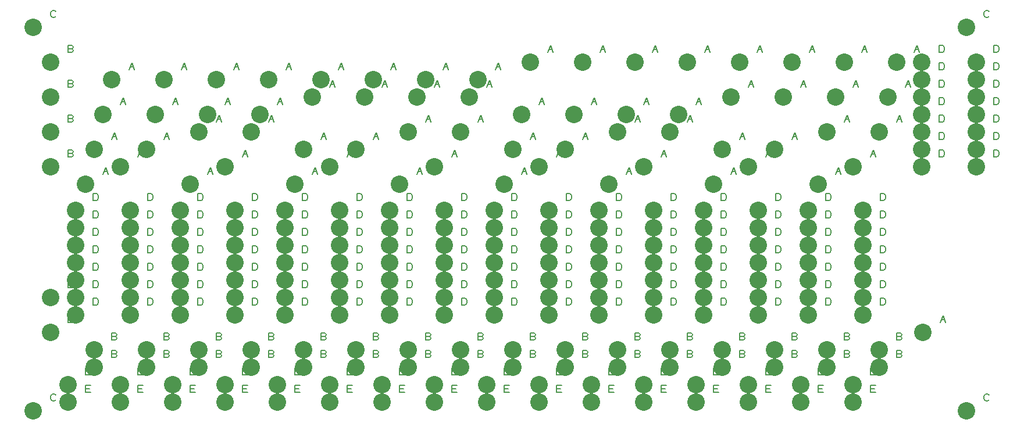
<source format=gbr>
G04 DesignSpark PCB Gerber Version 9.0 Build 5115 *
G04 #@! TF.Part,Single*
G04 #@! TF.FileFunction,Drillmap *
G04 #@! TF.FilePolarity,Positive *
%FSLAX35Y35*%
%MOIN*%
%ADD12C,0.00500*%
G04 #@! TA.AperFunction,ViaPad*
%ADD24C,0.10000*%
X0Y0D02*
D02*
D12*
X33375Y26813D02*
X33063Y26500D01*
X32437Y26187*
X31500*
X30875Y26500*
X30563Y26813*
X30250Y27437*
Y28687*
X30563Y29313*
X30875Y29625*
X31500Y29937*
X32437*
X33063Y29625*
X33375Y29313*
Y246813D02*
X33063Y246500D01*
X32437Y246187*
X31500*
X30875Y246500*
X30563Y246813*
X30250Y247437*
Y248687*
X30563Y249313*
X30875Y249625*
X31500Y249937*
X32437*
X33063Y249625*
X33375Y249313*
X42437Y73063D02*
X43063Y72750D01*
X43375Y72125*
X43063Y71500*
X42437Y71187*
X40250*
Y74937*
X42437*
X43063Y74625*
X43375Y74000*
X43063Y73375*
X42437Y73063*
X40250*
X42437Y93063D02*
X43063Y92750D01*
X43375Y92125*
X43063Y91500*
X42437Y91187*
X40250*
Y94937*
X42437*
X43063Y94625*
X43375Y94000*
X43063Y93375*
X42437Y93063*
X40250*
X42437Y168063D02*
X43063Y167750D01*
X43375Y167125*
X43063Y166500*
X42437Y166187*
X40250*
Y169937*
X42437*
X43063Y169625*
X43375Y169000*
X43063Y168375*
X42437Y168063*
X40250*
X42437Y188063D02*
X43063Y187750D01*
X43375Y187125*
X43063Y186500*
X42437Y186187*
X40250*
Y189937*
X42437*
X43063Y189625*
X43375Y189000*
X43063Y188375*
X42437Y188063*
X40250*
X42437Y208063D02*
X43063Y207750D01*
X43375Y207125*
X43063Y206500*
X42437Y206187*
X40250*
Y209937*
X42437*
X43063Y209625*
X43375Y209000*
X43063Y208375*
X42437Y208063*
X40250*
X42437Y228063D02*
X43063Y227750D01*
X43375Y227125*
X43063Y226500*
X42437Y226187*
X40250*
Y229937*
X42437*
X43063Y229625*
X43375Y229000*
X43063Y228375*
X42437Y228063*
X40250*
X50250Y31187D02*
Y34937D01*
X53375*
X52750Y33063D02*
X50250D01*
Y31187D02*
X53375D01*
X50250Y41187D02*
Y44937D01*
X53375*
X52750Y43063D02*
X50250D01*
Y41187D02*
X53375D01*
X54620Y81187D02*
Y84937D01*
X56495*
X57120Y84625*
X57433Y84313*
X57745Y83687*
Y82437*
X57433Y81813*
X57120Y81500*
X56495Y81187*
X54620*
Y91187D02*
Y94937D01*
X56495*
X57120Y94625*
X57433Y94313*
X57745Y93687*
Y92437*
X57433Y91813*
X57120Y91500*
X56495Y91187*
X54620*
Y101187D02*
Y104937D01*
X56495*
X57120Y104625*
X57433Y104313*
X57745Y103687*
Y102437*
X57433Y101813*
X57120Y101500*
X56495Y101187*
X54620*
Y111187D02*
Y114937D01*
X56495*
X57120Y114625*
X57433Y114313*
X57745Y113687*
Y112437*
X57433Y111813*
X57120Y111500*
X56495Y111187*
X54620*
Y121187D02*
Y124937D01*
X56495*
X57120Y124625*
X57433Y124313*
X57745Y123687*
Y122437*
X57433Y121813*
X57120Y121500*
X56495Y121187*
X54620*
Y131187D02*
Y134937D01*
X56495*
X57120Y134625*
X57433Y134313*
X57745Y133687*
Y132437*
X57433Y131813*
X57120Y131500*
X56495Y131187*
X54620*
Y141187D02*
Y144937D01*
X56495*
X57120Y144625*
X57433Y144313*
X57745Y143687*
Y142437*
X57433Y141813*
X57120Y141500*
X56495Y141187*
X54620*
X60250Y156187D02*
X61813Y159937D01*
X63375Y156187*
X60875Y157750D02*
X62750D01*
X67437Y53063D02*
X68063Y52750D01*
X68375Y52125*
X68063Y51500*
X67437Y51187*
X65250*
Y54937*
X67437*
X68063Y54625*
X68375Y54000*
X68063Y53375*
X67437Y53063*
X65250*
X67437Y63063D02*
X68063Y62750D01*
X68375Y62125*
X68063Y61500*
X67437Y61187*
X65250*
Y64937*
X67437*
X68063Y64625*
X68375Y64000*
X68063Y63375*
X67437Y63063*
X65250*
Y176187D02*
X66813Y179937D01*
X68375Y176187*
X65875Y177750D02*
X67750D01*
X70250Y196187D02*
X71813Y199937D01*
X73375Y196187*
X70875Y197750D02*
X72750D01*
X75250Y216187D02*
X76813Y219937D01*
X78375Y216187*
X75875Y217750D02*
X77750D01*
X80250Y31187D02*
Y34937D01*
X83375*
X82750Y33063D02*
X80250D01*
Y31187D02*
X83375D01*
X80250Y41187D02*
Y44937D01*
X83375*
X82750Y43063D02*
X80250D01*
Y41187D02*
X83375D01*
X80250Y166187D02*
X81813Y169937D01*
X83375Y166187*
X80875Y167750D02*
X82750D01*
X85880Y81187D02*
Y84937D01*
X87755*
X88380Y84625*
X88693Y84313*
X89005Y83687*
Y82437*
X88693Y81813*
X88380Y81500*
X87755Y81187*
X85880*
Y91187D02*
Y94937D01*
X87755*
X88380Y94625*
X88693Y94313*
X89005Y93687*
Y92437*
X88693Y91813*
X88380Y91500*
X87755Y91187*
X85880*
Y101187D02*
Y104937D01*
X87755*
X88380Y104625*
X88693Y104313*
X89005Y103687*
Y102437*
X88693Y101813*
X88380Y101500*
X87755Y101187*
X85880*
Y111187D02*
Y114937D01*
X87755*
X88380Y114625*
X88693Y114313*
X89005Y113687*
Y112437*
X88693Y111813*
X88380Y111500*
X87755Y111187*
X85880*
Y121187D02*
Y124937D01*
X87755*
X88380Y124625*
X88693Y124313*
X89005Y123687*
Y122437*
X88693Y121813*
X88380Y121500*
X87755Y121187*
X85880*
Y131187D02*
Y134937D01*
X87755*
X88380Y134625*
X88693Y134313*
X89005Y133687*
Y132437*
X88693Y131813*
X88380Y131500*
X87755Y131187*
X85880*
Y141187D02*
Y144937D01*
X87755*
X88380Y144625*
X88693Y144313*
X89005Y143687*
Y142437*
X88693Y141813*
X88380Y141500*
X87755Y141187*
X85880*
X97437Y53063D02*
X98063Y52750D01*
X98375Y52125*
X98063Y51500*
X97437Y51187*
X95250*
Y54937*
X97437*
X98063Y54625*
X98375Y54000*
X98063Y53375*
X97437Y53063*
X95250*
X97437Y63063D02*
X98063Y62750D01*
X98375Y62125*
X98063Y61500*
X97437Y61187*
X95250*
Y64937*
X97437*
X98063Y64625*
X98375Y64000*
X98063Y63375*
X97437Y63063*
X95250*
Y176187D02*
X96813Y179937D01*
X98375Y176187*
X95875Y177750D02*
X97750D01*
X100250Y196187D02*
X101813Y199937D01*
X103375Y196187*
X100875Y197750D02*
X102750D01*
X105250Y216187D02*
X106813Y219937D01*
X108375Y216187*
X105875Y217750D02*
X107750D01*
X110250Y31187D02*
Y34937D01*
X113375*
X112750Y33063D02*
X110250D01*
Y31187D02*
X113375D01*
X110250Y41187D02*
Y44937D01*
X113375*
X112750Y43063D02*
X110250D01*
Y41187D02*
X113375D01*
X114620Y81187D02*
Y84937D01*
X116495*
X117120Y84625*
X117433Y84313*
X117745Y83687*
Y82437*
X117433Y81813*
X117120Y81500*
X116495Y81187*
X114620*
Y91187D02*
Y94937D01*
X116495*
X117120Y94625*
X117433Y94313*
X117745Y93687*
Y92437*
X117433Y91813*
X117120Y91500*
X116495Y91187*
X114620*
Y101187D02*
Y104937D01*
X116495*
X117120Y104625*
X117433Y104313*
X117745Y103687*
Y102437*
X117433Y101813*
X117120Y101500*
X116495Y101187*
X114620*
Y111187D02*
Y114937D01*
X116495*
X117120Y114625*
X117433Y114313*
X117745Y113687*
Y112437*
X117433Y111813*
X117120Y111500*
X116495Y111187*
X114620*
Y121187D02*
Y124937D01*
X116495*
X117120Y124625*
X117433Y124313*
X117745Y123687*
Y122437*
X117433Y121813*
X117120Y121500*
X116495Y121187*
X114620*
Y131187D02*
Y134937D01*
X116495*
X117120Y134625*
X117433Y134313*
X117745Y133687*
Y132437*
X117433Y131813*
X117120Y131500*
X116495Y131187*
X114620*
Y141187D02*
Y144937D01*
X116495*
X117120Y144625*
X117433Y144313*
X117745Y143687*
Y142437*
X117433Y141813*
X117120Y141500*
X116495Y141187*
X114620*
X120250Y156187D02*
X121813Y159937D01*
X123375Y156187*
X120875Y157750D02*
X122750D01*
X127437Y53063D02*
X128063Y52750D01*
X128375Y52125*
X128063Y51500*
X127437Y51187*
X125250*
Y54937*
X127437*
X128063Y54625*
X128375Y54000*
X128063Y53375*
X127437Y53063*
X125250*
X127437Y63063D02*
X128063Y62750D01*
X128375Y62125*
X128063Y61500*
X127437Y61187*
X125250*
Y64937*
X127437*
X128063Y64625*
X128375Y64000*
X128063Y63375*
X127437Y63063*
X125250*
Y186187D02*
X126813Y189937D01*
X128375Y186187*
X125875Y187750D02*
X127750D01*
X130250Y196187D02*
X131813Y199937D01*
X133375Y196187*
X130875Y197750D02*
X132750D01*
X135250Y216187D02*
X136813Y219937D01*
X138375Y216187*
X135875Y217750D02*
X137750D01*
X140250Y31187D02*
Y34937D01*
X143375*
X142750Y33063D02*
X140250D01*
Y31187D02*
X143375D01*
X140250Y41187D02*
Y44937D01*
X143375*
X142750Y43063D02*
X140250D01*
Y41187D02*
X143375D01*
X140250Y166187D02*
X141813Y169937D01*
X143375Y166187*
X140875Y167750D02*
X142750D01*
X145880Y81187D02*
Y84937D01*
X147755*
X148380Y84625*
X148693Y84313*
X149005Y83687*
Y82437*
X148693Y81813*
X148380Y81500*
X147755Y81187*
X145880*
Y91187D02*
Y94937D01*
X147755*
X148380Y94625*
X148693Y94313*
X149005Y93687*
Y92437*
X148693Y91813*
X148380Y91500*
X147755Y91187*
X145880*
Y101187D02*
Y104937D01*
X147755*
X148380Y104625*
X148693Y104313*
X149005Y103687*
Y102437*
X148693Y101813*
X148380Y101500*
X147755Y101187*
X145880*
Y111187D02*
Y114937D01*
X147755*
X148380Y114625*
X148693Y114313*
X149005Y113687*
Y112437*
X148693Y111813*
X148380Y111500*
X147755Y111187*
X145880*
Y121187D02*
Y124937D01*
X147755*
X148380Y124625*
X148693Y124313*
X149005Y123687*
Y122437*
X148693Y121813*
X148380Y121500*
X147755Y121187*
X145880*
Y131187D02*
Y134937D01*
X147755*
X148380Y134625*
X148693Y134313*
X149005Y133687*
Y132437*
X148693Y131813*
X148380Y131500*
X147755Y131187*
X145880*
Y141187D02*
Y144937D01*
X147755*
X148380Y144625*
X148693Y144313*
X149005Y143687*
Y142437*
X148693Y141813*
X148380Y141500*
X147755Y141187*
X145880*
X157437Y53063D02*
X158063Y52750D01*
X158375Y52125*
X158063Y51500*
X157437Y51187*
X155250*
Y54937*
X157437*
X158063Y54625*
X158375Y54000*
X158063Y53375*
X157437Y53063*
X155250*
X157437Y63063D02*
X158063Y62750D01*
X158375Y62125*
X158063Y61500*
X157437Y61187*
X155250*
Y64937*
X157437*
X158063Y64625*
X158375Y64000*
X158063Y63375*
X157437Y63063*
X155250*
Y186187D02*
X156813Y189937D01*
X158375Y186187*
X155875Y187750D02*
X157750D01*
X160250Y196187D02*
X161813Y199937D01*
X163375Y196187*
X160875Y197750D02*
X162750D01*
X165250Y216187D02*
X166813Y219937D01*
X168375Y216187*
X165875Y217750D02*
X167750D01*
X170250Y31187D02*
Y34937D01*
X173375*
X172750Y33063D02*
X170250D01*
Y31187D02*
X173375D01*
X170250Y41187D02*
Y44937D01*
X173375*
X172750Y43063D02*
X170250D01*
Y41187D02*
X173375D01*
X174620Y81187D02*
Y84937D01*
X176495*
X177120Y84625*
X177433Y84313*
X177745Y83687*
Y82437*
X177433Y81813*
X177120Y81500*
X176495Y81187*
X174620*
Y91187D02*
Y94937D01*
X176495*
X177120Y94625*
X177433Y94313*
X177745Y93687*
Y92437*
X177433Y91813*
X177120Y91500*
X176495Y91187*
X174620*
Y101187D02*
Y104937D01*
X176495*
X177120Y104625*
X177433Y104313*
X177745Y103687*
Y102437*
X177433Y101813*
X177120Y101500*
X176495Y101187*
X174620*
Y111187D02*
Y114937D01*
X176495*
X177120Y114625*
X177433Y114313*
X177745Y113687*
Y112437*
X177433Y111813*
X177120Y111500*
X176495Y111187*
X174620*
Y121187D02*
Y124937D01*
X176495*
X177120Y124625*
X177433Y124313*
X177745Y123687*
Y122437*
X177433Y121813*
X177120Y121500*
X176495Y121187*
X174620*
Y131187D02*
Y134937D01*
X176495*
X177120Y134625*
X177433Y134313*
X177745Y133687*
Y132437*
X177433Y131813*
X177120Y131500*
X176495Y131187*
X174620*
Y141187D02*
Y144937D01*
X176495*
X177120Y144625*
X177433Y144313*
X177745Y143687*
Y142437*
X177433Y141813*
X177120Y141500*
X176495Y141187*
X174620*
X180250Y156187D02*
X181813Y159937D01*
X183375Y156187*
X180875Y157750D02*
X182750D01*
X187437Y53063D02*
X188063Y52750D01*
X188375Y52125*
X188063Y51500*
X187437Y51187*
X185250*
Y54937*
X187437*
X188063Y54625*
X188375Y54000*
X188063Y53375*
X187437Y53063*
X185250*
X187437Y63063D02*
X188063Y62750D01*
X188375Y62125*
X188063Y61500*
X187437Y61187*
X185250*
Y64937*
X187437*
X188063Y64625*
X188375Y64000*
X188063Y63375*
X187437Y63063*
X185250*
Y176187D02*
X186813Y179937D01*
X188375Y176187*
X185875Y177750D02*
X187750D01*
X190250Y206187D02*
X191813Y209937D01*
X193375Y206187*
X190875Y207750D02*
X192750D01*
X195250Y216187D02*
X196813Y219937D01*
X198375Y216187*
X195875Y217750D02*
X197750D01*
X200250Y31187D02*
Y34937D01*
X203375*
X202750Y33063D02*
X200250D01*
Y31187D02*
X203375D01*
X200250Y41187D02*
Y44937D01*
X203375*
X202750Y43063D02*
X200250D01*
Y41187D02*
X203375D01*
X200250Y166187D02*
X201813Y169937D01*
X203375Y166187*
X200875Y167750D02*
X202750D01*
X205880Y81187D02*
Y84937D01*
X207755*
X208380Y84625*
X208693Y84313*
X209005Y83687*
Y82437*
X208693Y81813*
X208380Y81500*
X207755Y81187*
X205880*
Y91187D02*
Y94937D01*
X207755*
X208380Y94625*
X208693Y94313*
X209005Y93687*
Y92437*
X208693Y91813*
X208380Y91500*
X207755Y91187*
X205880*
Y101187D02*
Y104937D01*
X207755*
X208380Y104625*
X208693Y104313*
X209005Y103687*
Y102437*
X208693Y101813*
X208380Y101500*
X207755Y101187*
X205880*
Y111187D02*
Y114937D01*
X207755*
X208380Y114625*
X208693Y114313*
X209005Y113687*
Y112437*
X208693Y111813*
X208380Y111500*
X207755Y111187*
X205880*
Y121187D02*
Y124937D01*
X207755*
X208380Y124625*
X208693Y124313*
X209005Y123687*
Y122437*
X208693Y121813*
X208380Y121500*
X207755Y121187*
X205880*
Y131187D02*
Y134937D01*
X207755*
X208380Y134625*
X208693Y134313*
X209005Y133687*
Y132437*
X208693Y131813*
X208380Y131500*
X207755Y131187*
X205880*
Y141187D02*
Y144937D01*
X207755*
X208380Y144625*
X208693Y144313*
X209005Y143687*
Y142437*
X208693Y141813*
X208380Y141500*
X207755Y141187*
X205880*
X217437Y53063D02*
X218063Y52750D01*
X218375Y52125*
X218063Y51500*
X217437Y51187*
X215250*
Y54937*
X217437*
X218063Y54625*
X218375Y54000*
X218063Y53375*
X217437Y53063*
X215250*
X217437Y63063D02*
X218063Y62750D01*
X218375Y62125*
X218063Y61500*
X217437Y61187*
X215250*
Y64937*
X217437*
X218063Y64625*
X218375Y64000*
X218063Y63375*
X217437Y63063*
X215250*
Y176187D02*
X216813Y179937D01*
X218375Y176187*
X215875Y177750D02*
X217750D01*
X220250Y206187D02*
X221813Y209937D01*
X223375Y206187*
X220875Y207750D02*
X222750D01*
X225250Y216187D02*
X226813Y219937D01*
X228375Y216187*
X225875Y217750D02*
X227750D01*
X230250Y31187D02*
Y34937D01*
X233375*
X232750Y33063D02*
X230250D01*
Y31187D02*
X233375D01*
X230250Y41187D02*
Y44937D01*
X233375*
X232750Y43063D02*
X230250D01*
Y41187D02*
X233375D01*
X234620Y81187D02*
Y84937D01*
X236495*
X237120Y84625*
X237433Y84313*
X237745Y83687*
Y82437*
X237433Y81813*
X237120Y81500*
X236495Y81187*
X234620*
Y91187D02*
Y94937D01*
X236495*
X237120Y94625*
X237433Y94313*
X237745Y93687*
Y92437*
X237433Y91813*
X237120Y91500*
X236495Y91187*
X234620*
Y101187D02*
Y104937D01*
X236495*
X237120Y104625*
X237433Y104313*
X237745Y103687*
Y102437*
X237433Y101813*
X237120Y101500*
X236495Y101187*
X234620*
Y111187D02*
Y114937D01*
X236495*
X237120Y114625*
X237433Y114313*
X237745Y113687*
Y112437*
X237433Y111813*
X237120Y111500*
X236495Y111187*
X234620*
Y121187D02*
Y124937D01*
X236495*
X237120Y124625*
X237433Y124313*
X237745Y123687*
Y122437*
X237433Y121813*
X237120Y121500*
X236495Y121187*
X234620*
Y131187D02*
Y134937D01*
X236495*
X237120Y134625*
X237433Y134313*
X237745Y133687*
Y132437*
X237433Y131813*
X237120Y131500*
X236495Y131187*
X234620*
Y141187D02*
Y144937D01*
X236495*
X237120Y144625*
X237433Y144313*
X237745Y143687*
Y142437*
X237433Y141813*
X237120Y141500*
X236495Y141187*
X234620*
X240250Y156187D02*
X241813Y159937D01*
X243375Y156187*
X240875Y157750D02*
X242750D01*
X247437Y53063D02*
X248063Y52750D01*
X248375Y52125*
X248063Y51500*
X247437Y51187*
X245250*
Y54937*
X247437*
X248063Y54625*
X248375Y54000*
X248063Y53375*
X247437Y53063*
X245250*
X247437Y63063D02*
X248063Y62750D01*
X248375Y62125*
X248063Y61500*
X247437Y61187*
X245250*
Y64937*
X247437*
X248063Y64625*
X248375Y64000*
X248063Y63375*
X247437Y63063*
X245250*
Y186187D02*
X246813Y189937D01*
X248375Y186187*
X245875Y187750D02*
X247750D01*
X250250Y206187D02*
X251813Y209937D01*
X253375Y206187*
X250875Y207750D02*
X252750D01*
X255250Y216187D02*
X256813Y219937D01*
X258375Y216187*
X255875Y217750D02*
X257750D01*
X260250Y31187D02*
Y34937D01*
X263375*
X262750Y33063D02*
X260250D01*
Y31187D02*
X263375D01*
X260250Y41187D02*
Y44937D01*
X263375*
X262750Y43063D02*
X260250D01*
Y41187D02*
X263375D01*
X260250Y166187D02*
X261813Y169937D01*
X263375Y166187*
X260875Y167750D02*
X262750D01*
X265880Y81187D02*
Y84937D01*
X267755*
X268380Y84625*
X268693Y84313*
X269005Y83687*
Y82437*
X268693Y81813*
X268380Y81500*
X267755Y81187*
X265880*
Y91187D02*
Y94937D01*
X267755*
X268380Y94625*
X268693Y94313*
X269005Y93687*
Y92437*
X268693Y91813*
X268380Y91500*
X267755Y91187*
X265880*
Y101187D02*
Y104937D01*
X267755*
X268380Y104625*
X268693Y104313*
X269005Y103687*
Y102437*
X268693Y101813*
X268380Y101500*
X267755Y101187*
X265880*
Y111187D02*
Y114937D01*
X267755*
X268380Y114625*
X268693Y114313*
X269005Y113687*
Y112437*
X268693Y111813*
X268380Y111500*
X267755Y111187*
X265880*
Y121187D02*
Y124937D01*
X267755*
X268380Y124625*
X268693Y124313*
X269005Y123687*
Y122437*
X268693Y121813*
X268380Y121500*
X267755Y121187*
X265880*
Y131187D02*
Y134937D01*
X267755*
X268380Y134625*
X268693Y134313*
X269005Y133687*
Y132437*
X268693Y131813*
X268380Y131500*
X267755Y131187*
X265880*
Y141187D02*
Y144937D01*
X267755*
X268380Y144625*
X268693Y144313*
X269005Y143687*
Y142437*
X268693Y141813*
X268380Y141500*
X267755Y141187*
X265880*
X277437Y53063D02*
X278063Y52750D01*
X278375Y52125*
X278063Y51500*
X277437Y51187*
X275250*
Y54937*
X277437*
X278063Y54625*
X278375Y54000*
X278063Y53375*
X277437Y53063*
X275250*
X277437Y63063D02*
X278063Y62750D01*
X278375Y62125*
X278063Y61500*
X277437Y61187*
X275250*
Y64937*
X277437*
X278063Y64625*
X278375Y64000*
X278063Y63375*
X277437Y63063*
X275250*
Y186187D02*
X276813Y189937D01*
X278375Y186187*
X275875Y187750D02*
X277750D01*
X280250Y206187D02*
X281813Y209937D01*
X283375Y206187*
X280875Y207750D02*
X282750D01*
X285250Y216187D02*
X286813Y219937D01*
X288375Y216187*
X285875Y217750D02*
X287750D01*
X290250Y31187D02*
Y34937D01*
X293375*
X292750Y33063D02*
X290250D01*
Y31187D02*
X293375D01*
X290250Y41187D02*
Y44937D01*
X293375*
X292750Y43063D02*
X290250D01*
Y41187D02*
X293375D01*
X294620Y81187D02*
Y84937D01*
X296495*
X297120Y84625*
X297433Y84313*
X297745Y83687*
Y82437*
X297433Y81813*
X297120Y81500*
X296495Y81187*
X294620*
Y91187D02*
Y94937D01*
X296495*
X297120Y94625*
X297433Y94313*
X297745Y93687*
Y92437*
X297433Y91813*
X297120Y91500*
X296495Y91187*
X294620*
Y101187D02*
Y104937D01*
X296495*
X297120Y104625*
X297433Y104313*
X297745Y103687*
Y102437*
X297433Y101813*
X297120Y101500*
X296495Y101187*
X294620*
Y111187D02*
Y114937D01*
X296495*
X297120Y114625*
X297433Y114313*
X297745Y113687*
Y112437*
X297433Y111813*
X297120Y111500*
X296495Y111187*
X294620*
Y121187D02*
Y124937D01*
X296495*
X297120Y124625*
X297433Y124313*
X297745Y123687*
Y122437*
X297433Y121813*
X297120Y121500*
X296495Y121187*
X294620*
Y131187D02*
Y134937D01*
X296495*
X297120Y134625*
X297433Y134313*
X297745Y133687*
Y132437*
X297433Y131813*
X297120Y131500*
X296495Y131187*
X294620*
Y141187D02*
Y144937D01*
X296495*
X297120Y144625*
X297433Y144313*
X297745Y143687*
Y142437*
X297433Y141813*
X297120Y141500*
X296495Y141187*
X294620*
X300250Y156187D02*
X301813Y159937D01*
X303375Y156187*
X300875Y157750D02*
X302750D01*
X307437Y53063D02*
X308063Y52750D01*
X308375Y52125*
X308063Y51500*
X307437Y51187*
X305250*
Y54937*
X307437*
X308063Y54625*
X308375Y54000*
X308063Y53375*
X307437Y53063*
X305250*
X307437Y63063D02*
X308063Y62750D01*
X308375Y62125*
X308063Y61500*
X307437Y61187*
X305250*
Y64937*
X307437*
X308063Y64625*
X308375Y64000*
X308063Y63375*
X307437Y63063*
X305250*
Y176187D02*
X306813Y179937D01*
X308375Y176187*
X305875Y177750D02*
X307750D01*
X310250Y196187D02*
X311813Y199937D01*
X313375Y196187*
X310875Y197750D02*
X312750D01*
X315250Y226187D02*
X316813Y229937D01*
X318375Y226187*
X315875Y227750D02*
X317750D01*
X320250Y31187D02*
Y34937D01*
X323375*
X322750Y33063D02*
X320250D01*
Y31187D02*
X323375D01*
X320250Y41187D02*
Y44937D01*
X323375*
X322750Y43063D02*
X320250D01*
Y41187D02*
X323375D01*
X320250Y166187D02*
X321813Y169937D01*
X323375Y166187*
X320875Y167750D02*
X322750D01*
X325880Y81187D02*
Y84937D01*
X327755*
X328380Y84625*
X328693Y84313*
X329005Y83687*
Y82437*
X328693Y81813*
X328380Y81500*
X327755Y81187*
X325880*
Y91187D02*
Y94937D01*
X327755*
X328380Y94625*
X328693Y94313*
X329005Y93687*
Y92437*
X328693Y91813*
X328380Y91500*
X327755Y91187*
X325880*
Y101187D02*
Y104937D01*
X327755*
X328380Y104625*
X328693Y104313*
X329005Y103687*
Y102437*
X328693Y101813*
X328380Y101500*
X327755Y101187*
X325880*
Y111187D02*
Y114937D01*
X327755*
X328380Y114625*
X328693Y114313*
X329005Y113687*
Y112437*
X328693Y111813*
X328380Y111500*
X327755Y111187*
X325880*
Y121187D02*
Y124937D01*
X327755*
X328380Y124625*
X328693Y124313*
X329005Y123687*
Y122437*
X328693Y121813*
X328380Y121500*
X327755Y121187*
X325880*
Y131187D02*
Y134937D01*
X327755*
X328380Y134625*
X328693Y134313*
X329005Y133687*
Y132437*
X328693Y131813*
X328380Y131500*
X327755Y131187*
X325880*
Y141187D02*
Y144937D01*
X327755*
X328380Y144625*
X328693Y144313*
X329005Y143687*
Y142437*
X328693Y141813*
X328380Y141500*
X327755Y141187*
X325880*
X337437Y53063D02*
X338063Y52750D01*
X338375Y52125*
X338063Y51500*
X337437Y51187*
X335250*
Y54937*
X337437*
X338063Y54625*
X338375Y54000*
X338063Y53375*
X337437Y53063*
X335250*
X337437Y63063D02*
X338063Y62750D01*
X338375Y62125*
X338063Y61500*
X337437Y61187*
X335250*
Y64937*
X337437*
X338063Y64625*
X338375Y64000*
X338063Y63375*
X337437Y63063*
X335250*
Y176187D02*
X336813Y179937D01*
X338375Y176187*
X335875Y177750D02*
X337750D01*
X340250Y196187D02*
X341813Y199937D01*
X343375Y196187*
X340875Y197750D02*
X342750D01*
X345250Y226187D02*
X346813Y229937D01*
X348375Y226187*
X345875Y227750D02*
X347750D01*
X350250Y31187D02*
Y34937D01*
X353375*
X352750Y33063D02*
X350250D01*
Y31187D02*
X353375D01*
X350250Y41187D02*
Y44937D01*
X353375*
X352750Y43063D02*
X350250D01*
Y41187D02*
X353375D01*
X354620Y81187D02*
Y84937D01*
X356495*
X357120Y84625*
X357433Y84313*
X357745Y83687*
Y82437*
X357433Y81813*
X357120Y81500*
X356495Y81187*
X354620*
Y91187D02*
Y94937D01*
X356495*
X357120Y94625*
X357433Y94313*
X357745Y93687*
Y92437*
X357433Y91813*
X357120Y91500*
X356495Y91187*
X354620*
Y101187D02*
Y104937D01*
X356495*
X357120Y104625*
X357433Y104313*
X357745Y103687*
Y102437*
X357433Y101813*
X357120Y101500*
X356495Y101187*
X354620*
Y111187D02*
Y114937D01*
X356495*
X357120Y114625*
X357433Y114313*
X357745Y113687*
Y112437*
X357433Y111813*
X357120Y111500*
X356495Y111187*
X354620*
Y121187D02*
Y124937D01*
X356495*
X357120Y124625*
X357433Y124313*
X357745Y123687*
Y122437*
X357433Y121813*
X357120Y121500*
X356495Y121187*
X354620*
Y131187D02*
Y134937D01*
X356495*
X357120Y134625*
X357433Y134313*
X357745Y133687*
Y132437*
X357433Y131813*
X357120Y131500*
X356495Y131187*
X354620*
Y141187D02*
Y144937D01*
X356495*
X357120Y144625*
X357433Y144313*
X357745Y143687*
Y142437*
X357433Y141813*
X357120Y141500*
X356495Y141187*
X354620*
X360250Y156187D02*
X361813Y159937D01*
X363375Y156187*
X360875Y157750D02*
X362750D01*
X367437Y53063D02*
X368063Y52750D01*
X368375Y52125*
X368063Y51500*
X367437Y51187*
X365250*
Y54937*
X367437*
X368063Y54625*
X368375Y54000*
X368063Y53375*
X367437Y53063*
X365250*
X367437Y63063D02*
X368063Y62750D01*
X368375Y62125*
X368063Y61500*
X367437Y61187*
X365250*
Y64937*
X367437*
X368063Y64625*
X368375Y64000*
X368063Y63375*
X367437Y63063*
X365250*
Y186187D02*
X366813Y189937D01*
X368375Y186187*
X365875Y187750D02*
X367750D01*
X370250Y196187D02*
X371813Y199937D01*
X373375Y196187*
X370875Y197750D02*
X372750D01*
X375250Y226187D02*
X376813Y229937D01*
X378375Y226187*
X375875Y227750D02*
X377750D01*
X380250Y31187D02*
Y34937D01*
X383375*
X382750Y33063D02*
X380250D01*
Y31187D02*
X383375D01*
X380250Y41187D02*
Y44937D01*
X383375*
X382750Y43063D02*
X380250D01*
Y41187D02*
X383375D01*
X380250Y166187D02*
X381813Y169937D01*
X383375Y166187*
X380875Y167750D02*
X382750D01*
X385880Y81187D02*
Y84937D01*
X387755*
X388380Y84625*
X388693Y84313*
X389005Y83687*
Y82437*
X388693Y81813*
X388380Y81500*
X387755Y81187*
X385880*
Y91187D02*
Y94937D01*
X387755*
X388380Y94625*
X388693Y94313*
X389005Y93687*
Y92437*
X388693Y91813*
X388380Y91500*
X387755Y91187*
X385880*
Y101187D02*
Y104937D01*
X387755*
X388380Y104625*
X388693Y104313*
X389005Y103687*
Y102437*
X388693Y101813*
X388380Y101500*
X387755Y101187*
X385880*
Y111187D02*
Y114937D01*
X387755*
X388380Y114625*
X388693Y114313*
X389005Y113687*
Y112437*
X388693Y111813*
X388380Y111500*
X387755Y111187*
X385880*
Y121187D02*
Y124937D01*
X387755*
X388380Y124625*
X388693Y124313*
X389005Y123687*
Y122437*
X388693Y121813*
X388380Y121500*
X387755Y121187*
X385880*
Y131187D02*
Y134937D01*
X387755*
X388380Y134625*
X388693Y134313*
X389005Y133687*
Y132437*
X388693Y131813*
X388380Y131500*
X387755Y131187*
X385880*
Y141187D02*
Y144937D01*
X387755*
X388380Y144625*
X388693Y144313*
X389005Y143687*
Y142437*
X388693Y141813*
X388380Y141500*
X387755Y141187*
X385880*
X397437Y53063D02*
X398063Y52750D01*
X398375Y52125*
X398063Y51500*
X397437Y51187*
X395250*
Y54937*
X397437*
X398063Y54625*
X398375Y54000*
X398063Y53375*
X397437Y53063*
X395250*
X397437Y63063D02*
X398063Y62750D01*
X398375Y62125*
X398063Y61500*
X397437Y61187*
X395250*
Y64937*
X397437*
X398063Y64625*
X398375Y64000*
X398063Y63375*
X397437Y63063*
X395250*
Y186187D02*
X396813Y189937D01*
X398375Y186187*
X395875Y187750D02*
X397750D01*
X400250Y196187D02*
X401813Y199937D01*
X403375Y196187*
X400875Y197750D02*
X402750D01*
X405250Y226187D02*
X406813Y229937D01*
X408375Y226187*
X405875Y227750D02*
X407750D01*
X410250Y31187D02*
Y34937D01*
X413375*
X412750Y33063D02*
X410250D01*
Y31187D02*
X413375D01*
X410250Y41187D02*
Y44937D01*
X413375*
X412750Y43063D02*
X410250D01*
Y41187D02*
X413375D01*
X414620Y81187D02*
Y84937D01*
X416495*
X417120Y84625*
X417433Y84313*
X417745Y83687*
Y82437*
X417433Y81813*
X417120Y81500*
X416495Y81187*
X414620*
Y91187D02*
Y94937D01*
X416495*
X417120Y94625*
X417433Y94313*
X417745Y93687*
Y92437*
X417433Y91813*
X417120Y91500*
X416495Y91187*
X414620*
Y101187D02*
Y104937D01*
X416495*
X417120Y104625*
X417433Y104313*
X417745Y103687*
Y102437*
X417433Y101813*
X417120Y101500*
X416495Y101187*
X414620*
Y111187D02*
Y114937D01*
X416495*
X417120Y114625*
X417433Y114313*
X417745Y113687*
Y112437*
X417433Y111813*
X417120Y111500*
X416495Y111187*
X414620*
Y121187D02*
Y124937D01*
X416495*
X417120Y124625*
X417433Y124313*
X417745Y123687*
Y122437*
X417433Y121813*
X417120Y121500*
X416495Y121187*
X414620*
Y131187D02*
Y134937D01*
X416495*
X417120Y134625*
X417433Y134313*
X417745Y133687*
Y132437*
X417433Y131813*
X417120Y131500*
X416495Y131187*
X414620*
Y141187D02*
Y144937D01*
X416495*
X417120Y144625*
X417433Y144313*
X417745Y143687*
Y142437*
X417433Y141813*
X417120Y141500*
X416495Y141187*
X414620*
X420250Y156187D02*
X421813Y159937D01*
X423375Y156187*
X420875Y157750D02*
X422750D01*
X427437Y53063D02*
X428063Y52750D01*
X428375Y52125*
X428063Y51500*
X427437Y51187*
X425250*
Y54937*
X427437*
X428063Y54625*
X428375Y54000*
X428063Y53375*
X427437Y53063*
X425250*
X427437Y63063D02*
X428063Y62750D01*
X428375Y62125*
X428063Y61500*
X427437Y61187*
X425250*
Y64937*
X427437*
X428063Y64625*
X428375Y64000*
X428063Y63375*
X427437Y63063*
X425250*
Y176187D02*
X426813Y179937D01*
X428375Y176187*
X425875Y177750D02*
X427750D01*
X430250Y206187D02*
X431813Y209937D01*
X433375Y206187*
X430875Y207750D02*
X432750D01*
X435250Y226187D02*
X436813Y229937D01*
X438375Y226187*
X435875Y227750D02*
X437750D01*
X440250Y31187D02*
Y34937D01*
X443375*
X442750Y33063D02*
X440250D01*
Y31187D02*
X443375D01*
X440250Y41187D02*
Y44937D01*
X443375*
X442750Y43063D02*
X440250D01*
Y41187D02*
X443375D01*
X440250Y166187D02*
X441813Y169937D01*
X443375Y166187*
X440875Y167750D02*
X442750D01*
X445880Y81187D02*
Y84937D01*
X447755*
X448380Y84625*
X448693Y84313*
X449005Y83687*
Y82437*
X448693Y81813*
X448380Y81500*
X447755Y81187*
X445880*
Y91187D02*
Y94937D01*
X447755*
X448380Y94625*
X448693Y94313*
X449005Y93687*
Y92437*
X448693Y91813*
X448380Y91500*
X447755Y91187*
X445880*
Y101187D02*
Y104937D01*
X447755*
X448380Y104625*
X448693Y104313*
X449005Y103687*
Y102437*
X448693Y101813*
X448380Y101500*
X447755Y101187*
X445880*
Y111187D02*
Y114937D01*
X447755*
X448380Y114625*
X448693Y114313*
X449005Y113687*
Y112437*
X448693Y111813*
X448380Y111500*
X447755Y111187*
X445880*
Y121187D02*
Y124937D01*
X447755*
X448380Y124625*
X448693Y124313*
X449005Y123687*
Y122437*
X448693Y121813*
X448380Y121500*
X447755Y121187*
X445880*
Y131187D02*
Y134937D01*
X447755*
X448380Y134625*
X448693Y134313*
X449005Y133687*
Y132437*
X448693Y131813*
X448380Y131500*
X447755Y131187*
X445880*
Y141187D02*
Y144937D01*
X447755*
X448380Y144625*
X448693Y144313*
X449005Y143687*
Y142437*
X448693Y141813*
X448380Y141500*
X447755Y141187*
X445880*
X457437Y53063D02*
X458063Y52750D01*
X458375Y52125*
X458063Y51500*
X457437Y51187*
X455250*
Y54937*
X457437*
X458063Y54625*
X458375Y54000*
X458063Y53375*
X457437Y53063*
X455250*
X457437Y63063D02*
X458063Y62750D01*
X458375Y62125*
X458063Y61500*
X457437Y61187*
X455250*
Y64937*
X457437*
X458063Y64625*
X458375Y64000*
X458063Y63375*
X457437Y63063*
X455250*
Y176187D02*
X456813Y179937D01*
X458375Y176187*
X455875Y177750D02*
X457750D01*
X460250Y206187D02*
X461813Y209937D01*
X463375Y206187*
X460875Y207750D02*
X462750D01*
X465250Y226187D02*
X466813Y229937D01*
X468375Y226187*
X465875Y227750D02*
X467750D01*
X470250Y31187D02*
Y34937D01*
X473375*
X472750Y33063D02*
X470250D01*
Y31187D02*
X473375D01*
X470250Y41187D02*
Y44937D01*
X473375*
X472750Y43063D02*
X470250D01*
Y41187D02*
X473375D01*
X474620Y81187D02*
Y84937D01*
X476495*
X477120Y84625*
X477433Y84313*
X477745Y83687*
Y82437*
X477433Y81813*
X477120Y81500*
X476495Y81187*
X474620*
Y91187D02*
Y94937D01*
X476495*
X477120Y94625*
X477433Y94313*
X477745Y93687*
Y92437*
X477433Y91813*
X477120Y91500*
X476495Y91187*
X474620*
Y101187D02*
Y104937D01*
X476495*
X477120Y104625*
X477433Y104313*
X477745Y103687*
Y102437*
X477433Y101813*
X477120Y101500*
X476495Y101187*
X474620*
Y111187D02*
Y114937D01*
X476495*
X477120Y114625*
X477433Y114313*
X477745Y113687*
Y112437*
X477433Y111813*
X477120Y111500*
X476495Y111187*
X474620*
Y121187D02*
Y124937D01*
X476495*
X477120Y124625*
X477433Y124313*
X477745Y123687*
Y122437*
X477433Y121813*
X477120Y121500*
X476495Y121187*
X474620*
Y131187D02*
Y134937D01*
X476495*
X477120Y134625*
X477433Y134313*
X477745Y133687*
Y132437*
X477433Y131813*
X477120Y131500*
X476495Y131187*
X474620*
Y141187D02*
Y144937D01*
X476495*
X477120Y144625*
X477433Y144313*
X477745Y143687*
Y142437*
X477433Y141813*
X477120Y141500*
X476495Y141187*
X474620*
X480250Y156187D02*
X481813Y159937D01*
X483375Y156187*
X480875Y157750D02*
X482750D01*
X487437Y53063D02*
X488063Y52750D01*
X488375Y52125*
X488063Y51500*
X487437Y51187*
X485250*
Y54937*
X487437*
X488063Y54625*
X488375Y54000*
X488063Y53375*
X487437Y53063*
X485250*
X487437Y63063D02*
X488063Y62750D01*
X488375Y62125*
X488063Y61500*
X487437Y61187*
X485250*
Y64937*
X487437*
X488063Y64625*
X488375Y64000*
X488063Y63375*
X487437Y63063*
X485250*
Y186187D02*
X486813Y189937D01*
X488375Y186187*
X485875Y187750D02*
X487750D01*
X490250Y206187D02*
X491813Y209937D01*
X493375Y206187*
X490875Y207750D02*
X492750D01*
X495250Y226187D02*
X496813Y229937D01*
X498375Y226187*
X495875Y227750D02*
X497750D01*
X500250Y31187D02*
Y34937D01*
X503375*
X502750Y33063D02*
X500250D01*
Y31187D02*
X503375D01*
X500250Y41187D02*
Y44937D01*
X503375*
X502750Y43063D02*
X500250D01*
Y41187D02*
X503375D01*
X500250Y166187D02*
X501813Y169937D01*
X503375Y166187*
X500875Y167750D02*
X502750D01*
X505880Y81187D02*
Y84937D01*
X507755*
X508380Y84625*
X508693Y84313*
X509005Y83687*
Y82437*
X508693Y81813*
X508380Y81500*
X507755Y81187*
X505880*
Y91187D02*
Y94937D01*
X507755*
X508380Y94625*
X508693Y94313*
X509005Y93687*
Y92437*
X508693Y91813*
X508380Y91500*
X507755Y91187*
X505880*
Y101187D02*
Y104937D01*
X507755*
X508380Y104625*
X508693Y104313*
X509005Y103687*
Y102437*
X508693Y101813*
X508380Y101500*
X507755Y101187*
X505880*
Y111187D02*
Y114937D01*
X507755*
X508380Y114625*
X508693Y114313*
X509005Y113687*
Y112437*
X508693Y111813*
X508380Y111500*
X507755Y111187*
X505880*
Y121187D02*
Y124937D01*
X507755*
X508380Y124625*
X508693Y124313*
X509005Y123687*
Y122437*
X508693Y121813*
X508380Y121500*
X507755Y121187*
X505880*
Y131187D02*
Y134937D01*
X507755*
X508380Y134625*
X508693Y134313*
X509005Y133687*
Y132437*
X508693Y131813*
X508380Y131500*
X507755Y131187*
X505880*
Y141187D02*
Y144937D01*
X507755*
X508380Y144625*
X508693Y144313*
X509005Y143687*
Y142437*
X508693Y141813*
X508380Y141500*
X507755Y141187*
X505880*
X517437Y53063D02*
X518063Y52750D01*
X518375Y52125*
X518063Y51500*
X517437Y51187*
X515250*
Y54937*
X517437*
X518063Y54625*
X518375Y54000*
X518063Y53375*
X517437Y53063*
X515250*
X517437Y63063D02*
X518063Y62750D01*
X518375Y62125*
X518063Y61500*
X517437Y61187*
X515250*
Y64937*
X517437*
X518063Y64625*
X518375Y64000*
X518063Y63375*
X517437Y63063*
X515250*
Y186187D02*
X516813Y189937D01*
X518375Y186187*
X515875Y187750D02*
X517750D01*
X520250Y206187D02*
X521813Y209937D01*
X523375Y206187*
X520875Y207750D02*
X522750D01*
X525250Y226187D02*
X526813Y229937D01*
X528375Y226187*
X525875Y227750D02*
X527750D01*
X539620Y166187D02*
Y169937D01*
X541495*
X542120Y169625*
X542433Y169313*
X542745Y168687*
Y167437*
X542433Y166813*
X542120Y166500*
X541495Y166187*
X539620*
Y176187D02*
Y179937D01*
X541495*
X542120Y179625*
X542433Y179313*
X542745Y178687*
Y177437*
X542433Y176813*
X542120Y176500*
X541495Y176187*
X539620*
Y186187D02*
Y189937D01*
X541495*
X542120Y189625*
X542433Y189313*
X542745Y188687*
Y187437*
X542433Y186813*
X542120Y186500*
X541495Y186187*
X539620*
Y196187D02*
Y199937D01*
X541495*
X542120Y199625*
X542433Y199313*
X542745Y198687*
Y197437*
X542433Y196813*
X542120Y196500*
X541495Y196187*
X539620*
Y206187D02*
Y209937D01*
X541495*
X542120Y209625*
X542433Y209313*
X542745Y208687*
Y207437*
X542433Y206813*
X542120Y206500*
X541495Y206187*
X539620*
Y216187D02*
Y219937D01*
X541495*
X542120Y219625*
X542433Y219313*
X542745Y218687*
Y217437*
X542433Y216813*
X542120Y216500*
X541495Y216187*
X539620*
Y226187D02*
Y229937D01*
X541495*
X542120Y229625*
X542433Y229313*
X542745Y228687*
Y227437*
X542433Y226813*
X542120Y226500*
X541495Y226187*
X539620*
X540250Y71187D02*
X541813Y74937D01*
X543375Y71187*
X540875Y72750D02*
X542750D01*
X568375Y26813D02*
X568063Y26500D01*
X567437Y26187*
X566500*
X565875Y26500*
X565563Y26813*
X565250Y27437*
Y28687*
X565563Y29313*
X565875Y29625*
X566500Y29937*
X567437*
X568063Y29625*
X568375Y29313*
Y246813D02*
X568063Y246500D01*
X567437Y246187*
X566500*
X565875Y246500*
X565563Y246813*
X565250Y247437*
Y248687*
X565563Y249313*
X565875Y249625*
X566500Y249937*
X567437*
X568063Y249625*
X568375Y249313*
X570880Y166187D02*
Y169937D01*
X572755*
X573380Y169625*
X573693Y169313*
X574005Y168687*
Y167437*
X573693Y166813*
X573380Y166500*
X572755Y166187*
X570880*
Y176187D02*
Y179937D01*
X572755*
X573380Y179625*
X573693Y179313*
X574005Y178687*
Y177437*
X573693Y176813*
X573380Y176500*
X572755Y176187*
X570880*
Y186187D02*
Y189937D01*
X572755*
X573380Y189625*
X573693Y189313*
X574005Y188687*
Y187437*
X573693Y186813*
X573380Y186500*
X572755Y186187*
X570880*
Y196187D02*
Y199937D01*
X572755*
X573380Y199625*
X573693Y199313*
X574005Y198687*
Y197437*
X573693Y196813*
X573380Y196500*
X572755Y196187*
X570880*
Y206187D02*
Y209937D01*
X572755*
X573380Y209625*
X573693Y209313*
X574005Y208687*
Y207437*
X573693Y206813*
X573380Y206500*
X572755Y206187*
X570880*
Y216187D02*
Y219937D01*
X572755*
X573380Y219625*
X573693Y219313*
X574005Y218687*
Y217437*
X573693Y216813*
X573380Y216500*
X572755Y216187*
X570880*
Y226187D02*
Y229937D01*
X572755*
X573380Y229625*
X573693Y229313*
X574005Y228687*
Y227437*
X573693Y226813*
X573380Y226500*
X572755Y226187*
X570880*
D02*
D24*
X20250Y20250D03*
Y240250D03*
X30250Y65250D03*
Y85250D03*
Y160250D03*
Y180250D03*
Y200250D03*
Y220250D03*
X40250Y25250D03*
Y35250D03*
X44620Y75250D03*
Y85250D03*
Y95250D03*
Y105250D03*
Y115250D03*
Y125250D03*
Y135250D03*
X50250Y150250D03*
X55250Y45250D03*
Y55250D03*
Y170250D03*
X60250Y190250D03*
X65250Y210250D03*
X70250Y25250D03*
Y35250D03*
Y160250D03*
X75880Y75250D03*
Y85250D03*
Y95250D03*
Y105250D03*
Y115250D03*
Y125250D03*
Y135250D03*
X85250Y45250D03*
Y55250D03*
Y170250D03*
X90250Y190250D03*
X95250Y210250D03*
X100250Y25250D03*
Y35250D03*
X104620Y75250D03*
Y85250D03*
Y95250D03*
Y105250D03*
Y115250D03*
Y125250D03*
Y135250D03*
X110250Y150250D03*
X115250Y45250D03*
Y55250D03*
Y180250D03*
X120250Y190250D03*
X125250Y210250D03*
X130250Y25250D03*
Y35250D03*
Y160250D03*
X135880Y75250D03*
Y85250D03*
Y95250D03*
Y105250D03*
Y115250D03*
Y125250D03*
Y135250D03*
X145250Y45250D03*
Y55250D03*
Y180250D03*
X150250Y190250D03*
X155250Y210250D03*
X160250Y25250D03*
Y35250D03*
X164620Y75250D03*
Y85250D03*
Y95250D03*
Y105250D03*
Y115250D03*
Y125250D03*
Y135250D03*
X170250Y150250D03*
X175250Y45250D03*
Y55250D03*
Y170250D03*
X180250Y200250D03*
X185250Y210250D03*
X190250Y25250D03*
Y35250D03*
Y160250D03*
X195880Y75250D03*
Y85250D03*
Y95250D03*
Y105250D03*
Y115250D03*
Y125250D03*
Y135250D03*
X205250Y45250D03*
Y55250D03*
Y170250D03*
X210250Y200250D03*
X215250Y210250D03*
X220250Y25250D03*
Y35250D03*
X224620Y75250D03*
Y85250D03*
Y95250D03*
Y105250D03*
Y115250D03*
Y125250D03*
Y135250D03*
X230250Y150250D03*
X235250Y45250D03*
Y55250D03*
Y180250D03*
X240250Y200250D03*
X245250Y210250D03*
X250250Y25250D03*
Y35250D03*
Y160250D03*
X255880Y75250D03*
Y85250D03*
Y95250D03*
Y105250D03*
Y115250D03*
Y125250D03*
Y135250D03*
X265250Y45250D03*
Y55250D03*
Y180250D03*
X270250Y200250D03*
X275250Y210250D03*
X280250Y25250D03*
Y35250D03*
X284620Y75250D03*
Y85250D03*
Y95250D03*
Y105250D03*
Y115250D03*
Y125250D03*
Y135250D03*
X290250Y150250D03*
X295250Y45250D03*
Y55250D03*
Y170250D03*
X300250Y190250D03*
X305250Y220250D03*
X310250Y25250D03*
Y35250D03*
Y160250D03*
X315880Y75250D03*
Y85250D03*
Y95250D03*
Y105250D03*
Y115250D03*
Y125250D03*
Y135250D03*
X325250Y45250D03*
Y55250D03*
Y170250D03*
X330250Y190250D03*
X335250Y220250D03*
X340250Y25250D03*
Y35250D03*
X344620Y75250D03*
Y85250D03*
Y95250D03*
Y105250D03*
Y115250D03*
Y125250D03*
Y135250D03*
X350250Y150250D03*
X355250Y45250D03*
Y55250D03*
Y180250D03*
X360250Y190250D03*
X365250Y220250D03*
X370250Y25250D03*
Y35250D03*
Y160250D03*
X375880Y75250D03*
Y85250D03*
Y95250D03*
Y105250D03*
Y115250D03*
Y125250D03*
Y135250D03*
X385250Y45250D03*
Y55250D03*
Y180250D03*
X390250Y190250D03*
X395250Y220250D03*
X400250Y25250D03*
Y35250D03*
X404620Y75250D03*
Y85250D03*
Y95250D03*
Y105250D03*
Y115250D03*
Y125250D03*
Y135250D03*
X410250Y150250D03*
X415250Y45250D03*
Y55250D03*
Y170250D03*
X420250Y200250D03*
X425250Y220250D03*
X430250Y25250D03*
Y35250D03*
Y160250D03*
X435880Y75250D03*
Y85250D03*
Y95250D03*
Y105250D03*
Y115250D03*
Y125250D03*
Y135250D03*
X445250Y45250D03*
Y55250D03*
Y170250D03*
X450250Y200250D03*
X455250Y220250D03*
X460250Y25250D03*
Y35250D03*
X464620Y75250D03*
Y85250D03*
Y95250D03*
Y105250D03*
Y115250D03*
Y125250D03*
Y135250D03*
X470250Y150250D03*
X475250Y45250D03*
Y55250D03*
Y180250D03*
X480250Y200250D03*
X485250Y220250D03*
X490250Y25250D03*
Y35250D03*
Y160250D03*
X495880Y75250D03*
Y85250D03*
Y95250D03*
Y105250D03*
Y115250D03*
Y125250D03*
Y135250D03*
X505250Y45250D03*
Y55250D03*
Y180250D03*
X510250Y200250D03*
X515250Y220250D03*
X529620Y160250D03*
Y170250D03*
Y180250D03*
Y190250D03*
Y200250D03*
Y210250D03*
Y220250D03*
X530250Y65250D03*
X555250Y20250D03*
Y240250D03*
X560880Y160250D03*
Y170250D03*
Y180250D03*
Y190250D03*
Y200250D03*
Y210250D03*
Y220250D03*
X0Y0D02*
M02*

</source>
